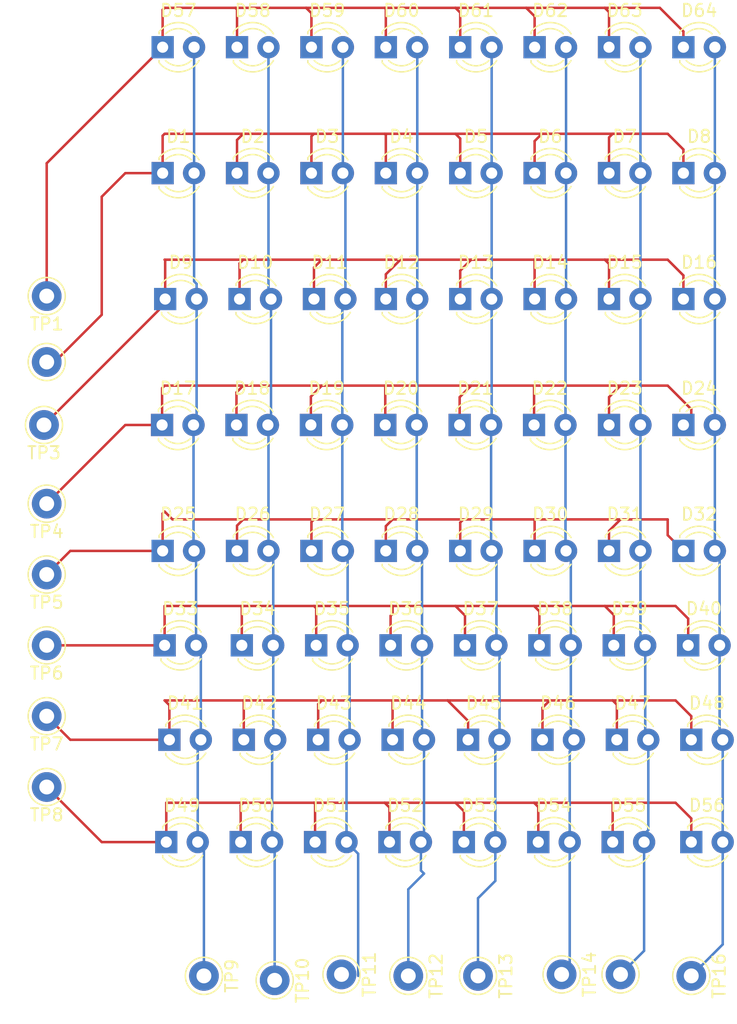
<source format=kicad_pcb>
(kicad_pcb (version 20241229) (generator "pcbnew") (generator_version "9.0")
  (layers (0 "F.Cu" signal) (2 "B.Cu" signal) (13 "F.Paste" user) (15 "B.Paste" user) (5 "F.SilkS" user "F.Silkscreen") (7 "B.SilkS" user "B.Silkscreen") (1 "F.Mask" user) (3 "B.Mask" user) (25 "Edge.Cuts" user))
  (net 0 "")
  (net 1 "Net-(D1-K)")
  (net 2 "Net-(D1-A)")
  (net 3 "Net-(D10-A)")
  (net 4 "Net-(D11-A)")
  (net 5 "Net-(D12-A)")
  (net 6 "Net-(D13-A)")
  (net 7 "Net-(D14-A)")
  (net 8 "Net-(D15-A)")
  (net 9 "Net-(D16-A)")
  (net 10 "Net-(D10-K)")
  (net 11 "Net-(D17-K)")
  (net 12 "Net-(D25-K)")
  (net 13 "Net-(D33-K)")
  (net 14 "Net-(D41-K)")
  (net 15 "Net-(D49-K)")
  (net 16 "Net-(D57-K)")
  (footprint "LED_THT:LED_D3.0mm" (layer "F.Cu") (at 108.38 68.58)
    (property "Reference" "D27")
    (property "Value" "LED")
  )
  (footprint "LED_THT:LED_D3.0mm" (layer "F.Cu") (at 102.37 68.58)
    (property "Reference" "D26")
    (property "Value" "LED")
  )
  (footprint "LED_THT:LED_D3.0mm" (layer "F.Cu") (at 126.705 92.075)
    (property "Reference" "D54")
    (property "Value" "LED" (hide yes))
  )
  (footprint "LED_THT:LED_D3.0mm" (layer "F.Cu") (at 96.905 83.82)
    (property "Reference" "D41")
    (property "Value" "LED")
  )
  (footprint "LED_THT:LED_D3.0mm" (layer "F.Cu") (at 120.4 27.94)
    (property "Reference" "D61")
    (property "Value" "LED")
  )
  (footprint "LED_THT:LED_D3.0mm" (layer "F.Cu") (at 139.065 83.82)
    (property "Reference" "D48")
    (property "Value" "LED")
  )
  (footprint "LED_THT:LED_D3.0mm" (layer "F.Cu") (at 102.575 48.26)
    (property "Reference" "D10")
    (property "Value" "LED")
  )
  (footprint "LED_THT:LED_D3.0mm" (layer "F.Cu") (at 102.325 58.42)
    (property "Reference" "D18")
    (property "Value" "LED")
  )
  (footprint "LED_THT:LED_D3.0mm" (layer "F.Cu") (at 132.42 58.42)
    (property "Reference" "D23")
    (property "Value" "LED")
  )
  (footprint "LED_THT:LED_D3.0mm" (layer "F.Cu") (at 138.815 76.2)
    (property "Reference" "D40")
    (property "Value" "LED")
  )
  (footprint "LED_THT:LED_D3.0mm" (layer "F.Cu") (at 132.805 76.2)
    (property "Reference" "D39")
    (property "Value" "LED")
  )
  (footprint "LED_THT:LED_D3.0mm" (layer "F.Cu") (at 114.775 76.2)
    (property "Reference" "D36")
    (property "Value" "LED")
  )
  (footprint "LED_THT:LED_D3.0mm" (layer "F.Cu") (at 108.335 58.42)
    (property "Reference" "D19")
    (property "Value" "LED")
  )
  (footprint "LED_THT:LED_D3.0mm" (layer "F.Cu") (at 132.42 27.94)
    (property "Reference" "D63")
    (property "Value" "LED")
  )
  (footprint "LED_THT:LED_D3.0mm" (layer "F.Cu") (at 108.585 48.26)
    (property "Reference" "D11")
    (property "Value" "LED")
  )
  (footprint "LED_THT:LED_D3.0mm" (layer "F.Cu") (at 96.52 76.2)
    (property "Reference" "D33")
    (property "Value" "LED")
  )
  (footprint "LED_THT:LED_D3.0mm" (layer "F.Cu") (at 126.41 48.26)
    (property "Reference" "D14")
    (property "Value" "LED")
  )
  (footprint "LED_THT:LED_D3.0mm" (layer "F.Cu") (at 120.695 92.075)
    (property "Reference" "D53")
    (property "Value" "LED" (hide yes))
  )
  (footprint "Connector_Pin:Pin_D1.0mm_L10.0mm_LooseFit" (layer "F.Cu") (at 105.41 103.227142 90)
    (property "Reference" "TP10")
    (property "Value" "TestPoint")
  )
  (footprint "LED_THT:LED_D3.0mm" (layer "F.Cu") (at 126.365 58.42)
    (property "Reference" "D22")
    (property "Value" "LED")
  )
  (footprint "LED_THT:LED_D3.0mm" (layer "F.Cu") (at 102.37 27.94)
    (property "Reference" "D58")
    (property "Value" "LED")
  )
  (footprint "LED_THT:LED_D3.0mm" (layer "F.Cu") (at 96.36 27.94)
    (property "Reference" "D57")
    (property "Value" "LED")
  )
  (footprint "LED_THT:LED_D3.0mm" (layer "F.Cu") (at 132.42 68.58)
    (property "Reference" "D31")
    (property "Value" "LED")
  )
  (footprint "LED_THT:LED_D3.0mm" (layer "F.Cu") (at 139.065 92.075)
    (property "Reference" "D56")
    (property "Value" "LED" (hide yes))
  )
  (footprint "Connector_Pin:Pin_D1.0mm_L10.0mm_LooseFit" (layer "F.Cu") (at 99.695 102.87 90)
    (property "Reference" "TP9")
    (property "Value" "TestPoint")
  )
  (footprint "Connector_Pin:Pin_D1.0mm_L10.0mm_LooseFit" (layer "F.Cu") (at 133.35 102.750951 90)
    (property "Reference" "TP15" (hide yes))
    (property "Value" "TestPoint" (hide yes))
  )
  (footprint "LED_THT:LED_D3.0mm" (layer "F.Cu") (at 127.045 83.82)
    (property "Reference" "D46")
    (property "Value" "LED")
  )
  (footprint "LED_THT:LED_D3.0mm" (layer "F.Cu") (at 108.38 27.94)
    (property "Reference" "D59")
    (property "Value" "LED")
  )
  (footprint "Connector_Pin:Pin_D1.0mm_L10.0mm_LooseFit" (layer "F.Cu") (at 86.995 81.915)
    (property "Reference" "TP7")
    (property "Value" "TestPoint")
  )
  (footprint "LED_THT:LED_D3.0mm" (layer "F.Cu") (at 120.785 76.2)
    (property "Reference" "D37")
    (property "Value" "LED")
  )
  (footprint "Connector_Pin:Pin_D1.0mm_L10.0mm_LooseFit" (layer "F.Cu") (at 86.775 58.42)
    (property "Reference" "TP3")
    (property "Value" "TestPoint")
  )
  (footprint "LED_THT:LED_D3.0mm" (layer "F.Cu") (at 120.4 38.1)
    (property "Reference" "D5")
    (property "Value" "LED")
  )
  (footprint "Connector_Pin:Pin_D1.0mm_L10.0mm_LooseFit" (layer "F.Cu") (at 86.995 87.63)
    (property "Reference" "TP8")
    (property "Value" "TestPoint")
  )
  (footprint "LED_THT:LED_D3.0mm" (layer "F.Cu") (at 121.035 83.82)
    (property "Reference" "D45")
    (property "Value" "LED")
  )
  (footprint "Connector_Pin:Pin_D1.0mm_L10.0mm_LooseFit" (layer "F.Cu") (at 121.835 102.87 90)
    (property "Reference" "TP13")
    (property "Value" "TestPoint")
  )
  (footprint "LED_THT:LED_D3.0mm" (layer "F.Cu") (at 132.715 92.075)
    (property "Reference" "D55")
    (property "Value" "LED" (hide yes))
  )
  (footprint "Connector_Pin:Pin_D1.0mm_L10.0mm_LooseFit" (layer "F.Cu") (at 86.995 53.34)
    (property "Reference" "TP2" (hide yes))
    (property "Value" "TestPoint")
  )
  (footprint "Connector_Pin:Pin_D1.0mm_L10.0mm_LooseFit" (layer "F.Cu") (at 116.205 102.87 90)
    (property "Reference" "TP12")
    (property "Value" "TestPoint")
  )
  (footprint "LED_THT:LED_D3.0mm" (layer "F.Cu") (at 114.935 83.82)
    (property "Reference" "D44")
    (property "Value" "LED")
  )
  (footprint "LED_THT:LED_D3.0mm" (layer "F.Cu") (at 96.36 38.1)
    (property "Reference" "D1")
    (property "Value" "LED")
  )
  (footprint "LED_THT:LED_D3.0mm" (layer "F.Cu") (at 114.685 92.075)
    (property "Reference" "D52")
    (property "Value" "LED")
  )
  (footprint "LED_THT:LED_D3.0mm" (layer "F.Cu") (at 126.41 68.58)
    (property "Reference" "D30")
    (property "Value" "LED")
  )
  (footprint "LED_THT:LED_D3.0mm" (layer "F.Cu") (at 114.39 38.1)
    (property "Reference" "D4")
    (property "Value" "LED")
  )
  (footprint "LED_THT:LED_D3.0mm" (layer "F.Cu") (at 102.665 92.075)
    (property "Reference" "D50")
    (property "Value" "LED")
  )
  (footprint "Connector_Pin:Pin_D1.0mm_L10.0mm_LooseFit" (layer "F.Cu") (at 86.995 64.77)
    (property "Reference" "TP4")
    (property "Value" "TestPoint")
  )
  (footprint "Connector_Pin:Pin_D1.0mm_L10.0mm_LooseFit" (layer "F.Cu") (at 86.995 76.2)
    (property "Reference" "TP6")
    (property "Value" "TestPoint")
  )
  (footprint "LED_THT:LED_D3.0mm" (layer "F.Cu") (at 138.43 38.1)
    (property "Reference" "D8")
    (property "Value" "LED")
  )
  (footprint "LED_THT:LED_D3.0mm" (layer "F.Cu") (at 138.43 48.26)
    (property "Reference" "D16")
    (property "Value" "LED")
  )
  (footprint "LED_THT:LED_D3.0mm" (layer "F.Cu") (at 138.43 58.42)
    (property "Reference" "D24")
    (property "Value" "LED")
  )
  (footprint "LED_THT:LED_D3.0mm" (layer "F.Cu") (at 96.655 92.075)
    (property "Reference" "D49")
    (property "Value" "LED")
  )
  (footprint "LED_THT:LED_D3.0mm" (layer "F.Cu") (at 108.675 92.075)
    (property "Reference" "D51")
    (property "Value" "LED")
  )
  (footprint "LED_THT:LED_D3.0mm" (layer "F.Cu") (at 132.42 38.1)
    (property "Reference" "D7")
    (property "Value" "LED")
  )
  (footprint "LED_THT:LED_D3.0mm" (layer "F.Cu") (at 108.765 76.2)
    (property "Reference" "D35")
    (property "Value" "LED")
  )
  (footprint "LED_THT:LED_D3.0mm" (layer "F.Cu") (at 96.565 48.26)
    (property "Reference" "D9")
    (property "Value" "LED")
  )
  (footprint "LED_THT:LED_D3.0mm" (layer "F.Cu") (at 138.43 68.58)
    (property "Reference" "D32")
    (property "Value" "LED")
  )
  (footprint "LED_THT:LED_D3.0mm" (layer "F.Cu") (at 120.355 58.42)
    (property "Reference" "D21")
    (property "Value" "LED")
  )
  (footprint "LED_THT:LED_D3.0mm" (layer "F.Cu") (at 126.795 76.2)
    (property "Reference" "D38")
    (property "Value" "LED")
  )
  (footprint "LED_THT:LED_D3.0mm" (layer "F.Cu") (at 114.345 58.42)
    (property "Reference" "D20")
    (property "Value" "LED")
  )
  (footprint "Connector_Pin:Pin_D1.0mm_L10.0mm_LooseFit" (layer "F.Cu") (at 86.995 48.02)
    (property "Reference" "TP1")
    (property "Value" "TestPoint")
  )
  (footprint "LED_THT:LED_D3.0mm" (layer "F.Cu") (at 138.43 27.94)
    (property "Reference" "D64")
    (property "Value" "LED")
  )
  (footprint "LED_THT:LED_D3.0mm" (layer "F.Cu") (at 120.4 68.58)
    (property "Reference" "D29")
    (property "Value" "LED")
  )
  (footprint "LED_THT:LED_D3.0mm" (layer "F.Cu") (at 126.41 27.94)
    (property "Reference" "D62")
    (property "Value" "LED")
  )
  (footprint "LED_THT:LED_D3.0mm" (layer "F.Cu") (at 96.315 58.42)
    (property "Reference" "D17")
    (property "Value" "LED")
  )
  (footprint "LED_THT:LED_D3.0mm" (layer "F.Cu") (at 114.39 68.58)
    (property "Reference" "D28")
    (property "Value" "LED")
  )
  (footprint "Connector_Pin:Pin_D1.0mm_L10.0mm_LooseFit" (layer "F.Cu") (at 86.995 70.485)
    (property "Reference" "TP5")
    (property "Value" "TestPoint")
  )
  (footprint "LED_THT:LED_D3.0mm" (layer "F.Cu") (at 120.4 48.26)
    (property "Reference" "D13")
    (property "Value" "LED")
  )
  (footprint "LED_THT:LED_D3.0mm" (layer "F.Cu") (at 126.41 38.1)
    (property "Reference" "D6")
    (property "Value" "LED")
  )
  (footprint "LED_THT:LED_D3.0mm" (layer "F.Cu") (at 102.37 38.1)
    (property "Reference" "D2")
    (property "Value" "LED")
  )
  (footprint "LED_THT:LED_D3.0mm" (layer "F.Cu") (at 114.39 27.94)
    (property "Reference" "D60")
    (property "Value" "LED")
  )
  (footprint "LED_THT:LED_D3.0mm" (layer "F.Cu") (at 132.42 48.26)
    (property "Reference" "D15")
    (property "Value" "LED")
  )
  (footprint "LED_THT:LED_D3.0mm" (layer "F.Cu") (at 133.055 83.82)
    (property "Reference" "D47")
    (property "Value" "LED")
  )
  (footprint "LED_THT:LED_D3.0mm" (layer "F.Cu") (at 102.755 76.2)
    (property "Reference" "D34")
    (property "Value" "LED")
  )
  (footprint "Connector_Pin:Pin_D1.0mm_L10.0mm_LooseFit" (layer "F.Cu") (at 128.589819 102.750951 90)
    (property "Reference" "TP14")
    (property "Value" "TestPoint" (hide yes))
  )
  (footprint "LED_THT:LED_D3.0mm" (layer "F.Cu") (at 108.38 38.1)
    (property "Reference" "D3")
    (property "Value" "LED")
  )
  (footprint "LED_THT:LED_D3.0mm" (layer "F.Cu") (at 102.915 83.82)
    (property "Reference" "D42")
    (property "Value" "LED")
  )
  (footprint "LED_THT:LED_D3.0mm" (layer "F.Cu") (at 96.36 68.58)
    (property "Reference" "D25")
    (property "Value" "LED")
  )
  (footprint "Connector_Pin:Pin_D1.0mm_L10.0mm_LooseFit" (layer "F.Cu") (at 110.809819 102.750951 90)
    (property "Reference" "TP11")
    (property "Value" "TestPoint")
  )
  (footprint "LED_THT:LED_D3.0mm" (layer "F.Cu") (at 108.925 83.82)
    (property "Reference" "D43")
    (property "Value" "LED")
  )
  (footprint "Connector_Pin:Pin_D1.0mm_L10.0mm_LooseFit" (layer "F.Cu") (at 139.065 102.87 90)
    (property "Reference" "TP16")
    (property "Value" "TestPoint" (hide yes))
  )
  (footprint "LED_THT:LED_D3.0mm" (layer "F.Cu") (at 114.39 48.26)
    (property "Reference" "D12")
    (property "Value" "LED")
  )
  (segment (start 102.37 35.425) (end 102.87 34.925) (width 0.2) (layer "F.Cu") (net 1))
  (segment (start 127 34.925) (end 132.715 34.925) (width 0.2) (layer "F.Cu") (net 1))
  (segment (start 93.345 38.1) (end 96.36 38.1) (width 0.2) (layer "F.Cu") (net 1))
  (segment (start 102.37 38.1) (end 102.37 35.425) (width 0.2) (layer "F.Cu") (net 1))
  (segment (start 120.4 35.31) (end 120.015 34.925) (width 0.2) (layer "F.Cu") (net 1))
  (segment (start 120.015 34.925) (end 127 34.925) (width 0.2) (layer "F.Cu") (net 1))
  (segment (start 96.52 34.925) (end 102.87 34.925) (width 0.2) (layer "F.Cu") (net 1))
  (segment (start 132.42 38.1) (end 132.42 35.22) (width 0.2) (layer "F.Cu") (net 1))
  (segment (start 114.3 34.925) (end 120.015 34.925) (width 0.2) (layer "F.Cu") (net 1))
  (segment (start 108.585 34.925) (end 114.3 34.925) (width 0.2) (layer "F.Cu") (net 1))
  (segment (start 114.39 35.015) (end 114.3 34.925) (width 0.2) (layer "F.Cu") (net 1))
  (segment (start 96.36 38.1) (end 96.36 35.085) (width 0.2) (layer "F.Cu") (net 1))
  (segment (start 114.39 38.1) (end 114.39 35.015) (width 0.2) (layer "F.Cu") (net 1))
  (segment (start 91.44 40.005) (end 93.345 38.1) (width 0.2) (layer "F.Cu") (net 1))
  (segment (start 132.42 35.22) (end 132.715 34.925) (width 0.2) (layer "F.Cu") (net 1))
  (segment (start 126.41 38.1) (end 126.41 35.515) (width 0.2) (layer "F.Cu") (net 1))
  (segment (start 96.36 35.085) (end 96.52 34.925) (width 0.2) (layer "F.Cu") (net 1))
  (segment (start 126.41 35.515) (end 127 34.925) (width 0.2) (layer "F.Cu") (net 1))
  (segment (start 91.44 40.005) (end 91.44 49.53) (width 0.2) (layer "F.Cu") (net 1))
  (segment (start 137.16 34.925) (end 138.43 36.195) (width 0.2) (layer "F.Cu") (net 1))
  (segment (start 108.38 38.1) (end 108.38 35.13) (width 0.2) (layer "F.Cu") (net 1))
  (segment (start 120.4 38.1) (end 120.4 35.31) (width 0.2) (layer "F.Cu") (net 1))
  (segment (start 138.43 36.195) (end 138.43 38.1) (width 0.2) (layer "F.Cu") (net 1))
  (segment (start 108.38 35.13) (end 108.585 34.925) (width 0.2) (layer "F.Cu") (net 1))
  (segment (start 91.44 49.53) (end 86.995 53.975) (width 0.2) (layer "F.Cu") (net 1))
  (segment (start 102.87 34.925) (end 108.585 34.925) (width 0.2) (layer "F.Cu") (net 1))
  (segment (start 132.715 34.925) (end 137.16 34.925) (width 0.2) (layer "F.Cu") (net 1))
  (segment (start 99.105 48.26) (end 99.105 47.035) (width 0.2) (layer "B.Cu") (net 2))
  (segment (start 99.105 47.035) (end 98.9 46.83) (width 0.2) (layer "B.Cu") (net 2))
  (segment (start 98.9 68.105) (end 98.855 68.06) (width 0.2) (layer "B.Cu") (net 2))
  (segment (start 98.855 58.42) (end 99.105 58.17) (width 0.2) (layer "B.Cu") (net 2))
  (segment (start 98.9 68.58) (end 98.9 68.105) (width 0.2) (layer "B.Cu") (net 2))
  (segment (start 98.9 46.83) (end 98.9 38.1) (width 0.2) (layer "B.Cu") (net 2))
  (segment (start 99.445 76.585) (end 99.06 76.2) (width 0.2) (layer "B.Cu") (net 2))
  (segment (start 99.06 76.2) (end 99.06 68.74) (width 0.2) (layer "B.Cu") (net 2))
  (segment (start 99.105 58.17) (end 99.105 48.26) (width 0.2) (layer "B.Cu") (net 2))
  (segment (start 99.195 92.075) (end 99.195 84.07) (width 0.2) (layer "B.Cu") (net 2))
  (segment (start 99.195 84.07) (end 99.445 83.82) (width 0.2) (layer "B.Cu") (net 2))
  (segment (start 98.9 38.1) (end 98.9 27.94) (width 0.2) (layer "B.Cu") (net 2))
  (segment (start 99.695 92.575) (end 99.195 92.075) (width 0.2) (layer "B.Cu") (net 2))
  (segment (start 99.695 102.87) (end 99.695 92.575) (width 0.2) (layer "B.Cu") (net 2))
  (segment (start 98.855 68.06) (end 98.855 58.42) (width 0.2) (layer "B.Cu") (net 2))
  (segment (start 99.445 83.82) (end 99.445 76.585) (width 0.2) (layer "B.Cu") (net 2))
  (segment (start 99.06 68.74) (end 98.9 68.58) (width 0.2) (layer "B.Cu") (net 2))
  (segment (start 104.865 58.42) (end 104.865 58.33) (width 0.2) (layer "B.Cu") (net 3))
  (segment (start 105.295 82.98) (end 105.295 76.2) (width 0.2) (layer "B.Cu") (net 3))
  (segment (start 105.41 92.28) (end 105.205 92.075) (width 0.2) (layer "B.Cu") (net 3))
  (segment (start 104.91 68.58) (end 104.91 58.465) (width 0.2) (layer "B.Cu") (net 3))
  (segment (start 105.41 103.227142) (end 105.41 92.28) (width 0.2) (layer "B.Cu") (net 3))
  (segment (start 105.205 84.07) (end 105.455 83.82) (width 0.2) (layer "B.Cu") (net 3))
  (segment (start 105.455 83.14) (end 105.295 82.98) (width 0.2) (layer "B.Cu") (net 3))
  (segment (start 105.115 47.92) (end 104.91 47.715) (width 0.2) (layer "B.Cu") (net 3))
  (segment (start 104.91 38.1) (end 104.91 27.94) (width 0.2) (layer "B.Cu") (net 3))
  (segment (start 105.295 68.965) (end 104.91 68.58) (width 0.2) (layer "B.Cu") (net 3))
  (segment (start 104.91 47.715) (end 104.91 38.1) (width 0.2) (layer "B.Cu") (net 3))
  (segment (start 105.205 92.075) (end 105.205 84.07) (width 0.2) (layer "B.Cu") (net 3))
  (segment (start 105.115 48.26) (end 105.115 47.92) (width 0.2) (layer "B.Cu") (net 3))
  (segment (start 105.455 83.82) (end 105.455 83.14) (width 0.2) (layer "B.Cu") (net 3))
  (segment (start 104.91 58.465) (end 104.865 58.42) (width 0.2) (layer "B.Cu") (net 3))
  (segment (start 105.295 76.2) (end 105.295 68.965) (width 0.2) (layer "B.Cu") (net 3))
  (segment (start 105.115 58.08) (end 105.115 48.26) (width 0.2) (layer "B.Cu") (net 3))
  (segment (start 104.865 58.33) (end 105.115 58.08) (width 0.2) (layer "B.Cu") (net 3))
  (segment (start 110.92 38.53) (end 111.125 38.735) (width 0.2) (layer "B.Cu") (net 4))
  (segment (start 110.92 38.1) (end 110.92 38.53) (width 0.2) (layer "B.Cu") (net 4))
  (segment (start 111.465 83.82) (end 111.465 76.36) (width 0.2) (layer "B.Cu") (net 4))
  (segment (start 110.875 58.42) (end 110.875 68.535) (width 0.2) (layer "B.Cu") (net 4))
  (segment (start 112.155 93.015) (end 111.215 92.075) (width 0.2) (layer "B.Cu") (net 4))
  (segment (start 111.305 69.395) (end 111.305 76.2) (width 0.2) (layer "B.Cu") (net 4))
  (segment (start 110.92 68.58) (end 110.92 69.01) (width 0.2) (layer "B.Cu") (net 4))
  (segment (start 110.92 69.01) (end 111.305 69.395) (width 0.2) (layer "B.Cu") (net 4))
  (segment (start 111.215 84.07) (end 111.465 83.82) (width 0.2) (layer "B.Cu") (net 4))
  (segment (start 110.92 38.1) (end 110.92 27.94) (width 0.2) (layer "B.Cu") (net 4))
  (segment (start 111.215 92.075) (end 111.215 84.07) (width 0.2) (layer "B.Cu") (net 4))
  (segment (start 110.875 49.145) (end 110.875 58.42) (width 0.2) (layer "B.Cu") (net 4))
  (segment (start 110.875 68.535) (end 110.92 68.58) (width 0.2) (layer "B.Cu") (net 4))
  (segment (start 111.125 48.895) (end 110.875 49.145) (width 0.2) (layer "B.Cu") (net 4))
  (segment (start 111.465 76.36) (end 111.305 76.2) (width 0.2) (layer "B.Cu") (net 4))
  (segment (start 111.125 48.26) (end 111.125 48.895) (width 0.2) (layer "B.Cu") (net 4))
  (segment (start 112.155 102.87) (end 112.155 93.015) (width 0.2) (layer "B.Cu") (net 4))
  (segment (start 111.125 38.735) (end 111.125 48.26) (width 0.2) (layer "B.Cu") (net 4))
  (segment (start 117.475 94.615) (end 117.225 94.365) (width 0.2) (layer "B.Cu") (net 5))
  (segment (start 116.885 57.83) (end 116.93 57.785) (width 0.2) (layer "B.Cu") (net 5))
  (segment (start 116.93 48.26) (end 116.93 38.1) (width 0.2) (layer "B.Cu") (net 5))
  (segment (start 117.475 91.825) (end 117.225 92.075) (width 0.2) (layer "B.Cu") (net 5))
  (segment (start 116.93 38.1) (end 116.93 27.94) (width 0.2) (layer "B.Cu") (net 5))
  (segment (start 116.205 95.885) (end 117.475 94.615) (width 0.2) (layer "B.Cu") (net 5))
  (segment (start 117.315 76.2) (end 117.315 68.965) (width 0.2) (layer "B.Cu") (net 5))
  (segment (start 117.225 94.365) (end 117.225 92.075) (width 0.2) (layer "B.Cu") (net 5))
  (segment (start 116.885 58.42) (end 116.885 57.83) (width 0.2) (layer "B.Cu") (net 5))
  (segment (start 116.205 102.87) (end 116.205 95.885) (width 0.2) (layer "B.Cu") (net 5))
  (segment (start 117.475 83.82) (end 117.475 91.825) (width 0.2) (layer "B.Cu") (net 5))
  (segment (start 117.315 68.965) (end 116.93 68.58) (width 0.2) (layer "B.Cu") (net 5))
  (segment (start 116.885 68.445) (end 116.885 58.42) (width 0.2) (layer "B.Cu") (net 5))
  (segment (start 116.93 68.49) (end 116.885 68.445) (width 0.2) (layer "B.Cu") (net 5))
  (segment (start 116.93 68.58) (end 116.93 68.49) (width 0.2) (layer "B.Cu") (net 5))
  (segment (start 117.315 76.2) (end 117.315 83.66) (width 0.2) (layer "B.Cu") (net 5))
  (segment (start 117.315 83.66) (end 117.475 83.82) (width 0.2) (layer "B.Cu") (net 5))
  (segment (start 116.93 57.785) (end 116.93 48.26) (width 0.2) (layer "B.Cu") (net 5))
  (segment (start 123.235 95.205) (end 123.235 92.075) (width 0.2) (layer "B.Cu") (net 6))
  (segment (start 122.94 68.58) (end 122.94 68.965) (width 0.2) (layer "B.Cu") (net 6))
  (segment (start 121.835 96.605) (end 123.235 95.205) (width 0.2) (layer "B.Cu") (net 6))
  (segment (start 122.94 38.1) (end 122.94 48.26) (width 0.2) (layer "B.Cu") (net 6))
  (segment (start 122.94 68.965) (end 123.325 69.35) (width 0.2) (layer "B.Cu") (net 6))
  (segment (start 122.895 58.42) (end 122.895 68.535) (width 0.2) (layer "B.Cu") (net 6))
  (segment (start 123.575 76.45) (end 123.325 76.2) (width 0.2) (layer "B.Cu") (net 6))
  (segment (start 122.895 68.535) (end 122.94 68.58) (width 0.2) (layer "B.Cu") (net 6))
  (segment (start 123.575 83.82) (end 123.575 76.45) (width 0.2) (layer "B.Cu") (net 6))
  (segment (start 122.94 27.94) (end 122.94 38.1) (width 0.2) (layer "B.Cu") (net 6))
  (segment (start 123.235 92.075) (end 123.235 84.16) (width 0.2) (layer "B.Cu") (net 6))
  (segment (start 123.235 84.16) (end 123.575 83.82) (width 0.2) (layer "B.Cu") (net 6))
  (segment (start 121.835 102.87) (end 121.835 96.605) (width 0.2) (layer "B.Cu") (net 6))
  (segment (start 123.325 69.35) (end 123.325 76.2) (width 0.2) (layer "B.Cu") (net 6))
  (segment (start 122.94 48.26) (end 122.94 58.375) (width 0.2) (layer "B.Cu") (net 6))
  (segment (start 122.94 58.375) (end 122.895 58.42) (width 0.2) (layer "B.Cu") (net 6))
  (segment (start 129.245 92.075) (end 129.245 102.09577) (width 0.2) (layer "B.Cu") (net 7))
  (segment (start 128.95 68.58) (end 128.95 68.535) (width 0.2) (layer "B.Cu") (net 7))
  (segment (start 129.585 84.41) (end 129.245 84.75) (width 0.2) (layer "B.Cu") (net 7))
  (segment (start 128.905 48.305) (end 128.95 48.26) (width 0.2) (layer "B.Cu") (net 7))
  (segment (start 129.335 68.965) (end 128.95 68.58) (width 0.2) (layer "B.Cu") (net 7))
  (segment (start 128.95 48.26) (end 128.95 38.1) (width 0.2) (layer "B.Cu") (net 7))
  (segment (start 129.335 76.2) (end 129.335 68.965) (width 0.2) (layer "B.Cu") (net 7))
  (segment (start 129.245 84.75) (end 129.245 92.075) (width 0.2) (layer "B.Cu") (net 7))
  (segment (start 129.335 76.2) (end 129.335 83.57) (width 0.2) (layer "B.Cu") (net 7))
  (segment (start 129.245 102.09577) (end 128.589819 102.750951) (width 0.2) (layer "B.Cu") (net 7))
  (segment (start 129.585 83.82) (end 129.585 84.41) (width 0.2) (layer "B.Cu") (net 7))
  (segment (start 128.95 38.1) (end 128.95 27.94) (width 0.2) (layer "B.Cu") (net 7))
  (segment (start 129.335 83.57) (end 129.585 83.82) (width 0.2) (layer "B.Cu") (net 7))
  (segment (start 128.905 58.42) (end 128.905 48.305) (width 0.2) (layer "B.Cu") (net 7))
  (segment (start 128.95 68.535) (end 128.905 68.49) (width 0.2) (layer "B.Cu") (net 7))
  (segment (start 128.905 68.49) (end 128.905 58.42) (width 0.2) (layer "B.Cu") (net 7))
  (segment (start 135.345 83.23) (end 135.345 76.2) (width 0.2) (layer "B.Cu") (net 8))
  (segment (start 135.595 91.1) (end 135.595 83.82) (width 0.2) (layer "B.Cu") (net 8))
  (segment (start 135.255 92.075) (end 135.255 100.845951) (width 0.2) (layer "B.Cu") (net 8))
  (segment (start 135.255 92.075) (end 135.255 91.44) (width 0.2) (layer "B.Cu") (net 8))
  (segment (start 135.255 91.44) (end 135.595 91.1) (width 0.2) (layer "B.Cu") (net 8))
  (segment (start 134.96 38.1) (end 134.96 48.26) (width 0.2) (layer "B.Cu") (net 8))
  (segment (start 134.96 75.815) (end 135.345 76.2) (width 0.2) (layer "B.Cu") (net 8))
  (segment (start 134.96 58.42) (end 134.96 68.58) (width 0.2) (layer "B.Cu") (net 8))
  (segment (start 134.96 48.26) (end 134.96 58.42) (width 0.2) (layer "B.Cu") (net 8))
  (segment (start 134.96 68.58) (end 134.96 75.815) (width 0.2) (layer "B.Cu") (net 8))
  (segment (start 135.255 100.845951) (end 133.35 102.750951) (width 0.2) (layer "B.Cu") (net 8))
  (segment (start 134.96 27.94) (end 134.96 38.1) (width 0.2) (layer "B.Cu") (net 8))
  (segment (start 135.595 83.82) (end 135.595 83.48) (width 0.2) (layer "B.Cu") (net 8))
  (segment (start 135.595 83.48) (end 135.345 83.23) (width 0.2) (layer "B.Cu") (net 8))
  (segment (start 141.355 76.2) (end 141.355 83.57) (width 0.2) (layer "B.Cu") (net 9))
  (segment (start 141.605 100.33) (end 141.605 92.075) (width 0.2) (layer "B.Cu") (net 9))
  (segment (start 140.97 58.42) (end 140.97 48.26) (width 0.2) (layer "B.Cu") (net 9))
  (segment (start 141.355 76.2) (end 141.355 68.965) (width 0.2) (layer "B.Cu") (net 9))
  (segment (start 140.97 68.58) (end 140.97 58.42) (width 0.2) (layer "B.Cu") (net 9))
  (segment (start 141.355 68.965) (end 140.97 68.58) (width 0.2) (layer "B.Cu") (net 9))
  (segment (start 141.605 83.82) (end 141.605 92.075) (width 0.2) (layer "B.Cu") (net 9))
  (segment (start 139.065 102.87) (end 141.605 100.33) (width 0.2) (layer "B.Cu") (net 9))
  (segment (start 140.97 38.1) (end 140.97 27.94) (width 0.2) (layer "B.Cu") (net 9))
  (segment (start 140.97 48.26) (end 140.97 38.1) (width 0.2) (layer "B.Cu") (net 9))
  (segment (start 141.355 83.57) (end 141.605 83.82) (width 0.2) (layer "B.Cu") (net 9))
  (segment (start 96.52 45.085) (end 102.87 45.085) (width 0.2) (layer "F.Cu") (net 10))
  (segment (start 96.565 45.13) (end 96.52 45.085) (width 0.2) (layer "F.Cu") (net 10))
  (segment (start 102.575 45.38) (end 102.87 45.085) (width 0.2) (layer "F.Cu") (net 10))
  (segment (start 120.4 48.26) (end 120.4 45.97) (width 0.2) (layer "F.Cu") (net 10))
  (segment (start 120.4 45.97) (end 121.285 45.085) (width 0.2) (layer "F.Cu") (net 10))
  (segment (start 132.08 45.085) (end 137.16 45.085) (width 0.2) (layer "F.Cu") (net 10))
  (segment (start 109.22 45.085) (end 115.57 45.085) (width 0.2) (layer "F.Cu") (net 10))
  (segment (start 102.87 45.085) (end 109.22 45.085) (width 0.2) (layer "F.Cu") (net 10))
  (segment (start 126.365 45.085) (end 132.08 45.085) (width 0.2) (layer "F.Cu") (net 10))
  (segment (start 96.565 48.26) (end 96.565 45.13) (width 0.2) (layer "F.Cu") (net 10))
  (segment (start 102.575 48.26) (end 102.575 45.38) (width 0.2) (layer "F.Cu") (net 10))
  (segment (start 137.16 45.085) (end 138.43 46.355) (width 0.2) (layer "F.Cu") (net 10))
  (segment (start 126.41 48.26) (end 126.41 45.13) (width 0.2) (layer "F.Cu") (net 10))
  (segment (start 114.39 48.26) (end 114.39 46.265) (width 0.2) (layer "F.Cu") (net 10))
  (segment (start 121.285 45.085) (end 126.365 45.085) (width 0.2) (layer "F.Cu") (net 10))
  (segment (start 126.41 45.13) (end 126.365 45.085) (width 0.2) (layer "F.Cu") (net 10))
  (segment (start 96.565 48.26) (end 96.565 48.63) (width 0.2) (layer "F.Cu") (net 10))
  (segment (start 108.585 48.26) (end 108.585 45.72) (width 0.2) (layer "F.Cu") (net 10))
  (segment (start 115.57 45.085) (end 121.285 45.085) (width 0.2) (layer "F.Cu") (net 10))
  (segment (start 132.42 45.425) (end 132.08 45.085) (width 0.2) (layer "F.Cu") (net 10))
  (segment (start 138.43 46.355) (end 138.43 48.26) (width 0.2) (layer "F.Cu") (net 10))
  (segment (start 114.39 46.265) (end 115.57 45.085) (width 0.2) (layer "F.Cu") (net 10))
  (segment (start 96.565 48.63) (end 86.775 58.42) (width 0.2) (layer "F.Cu") (net 10))
  (segment (start 108.585 45.72) (end 109.22 45.085) (width 0.2) (layer "F.Cu") (net 10))
  (segment (start 132.42 48.26) (end 132.42 45.425) (width 0.2) (layer "F.Cu") (net 10))
  (segment (start 108.335 58.42) (end 108.335 56.13) (width 0.2) (layer "F.Cu") (net 11))
  (segment (start 120.355 56.175) (end 121.285 55.245) (width 0.2) (layer "F.Cu") (net 11))
  (segment (start 108.335 56.13) (end 109.22 55.245) (width 0.2) (layer "F.Cu") (net 11))
  (segment (start 109.22 55.245) (end 114.3 55.245) (width 0.2) (layer "F.Cu") (net 11))
  (segment (start 126.365 58.42) (end 126.365 55.245) (width 0.2) (layer "F.Cu") (net 11))
  (segment (start 96.52 55.245) (end 102.87 55.245) (width 0.2) (layer "F.Cu") (net 11))
  (segment (start 96.315 55.45) (end 96.52 55.245) (width 0.2) (layer "F.Cu") (net 11))
  (segment (start 139.065 57.15) (end 139.065 57.785) (width 0.2) (layer "F.Cu") (net 11))
  (segment (start 96.315 58.42) (end 93.345 58.42) (width 0.2) (layer "F.Cu") (net 11))
  (segment (start 114.345 55.29) (end 114.3 55.245) (width 0.2) (layer "F.Cu") (net 11))
  (segment (start 114.3 55.245) (end 121.285 55.245) (width 0.2) (layer "F.Cu") (net 11))
  (segment (start 126.365 55.245) (end 133.35 55.245) (width 0.2) (layer "F.Cu") (net 11))
  (segment (start 132.42 56.175) (end 133.35 55.245) (width 0.2) (layer "F.Cu") (net 11))
  (segment (start 121.285 55.245) (end 126.365 55.245) (width 0.2) (layer "F.Cu") (net 11))
  (segment (start 139.065 57.785) (end 138.43 58.42) (width 0.2) (layer "F.Cu") (net 11))
  (segment (start 102.325 55.79) (end 102.87 55.245) (width 0.2) (layer "F.Cu") (net 11))
  (segment (start 102.325 58.42) (end 102.325 55.79) (width 0.2) (layer "F.Cu") (net 11))
  (segment (start 93.345 58.42) (end 86.995 64.77) (width 0.2) (layer "F.Cu") (net 11))
  (segment (start 102.87 55.245) (end 109.22 55.245) (width 0.2) (layer "F.Cu") (net 11))
  (segment (start 133.35 55.245) (end 137.16 55.245) (width 0.2) (layer "F.Cu") (net 11))
  (segment (start 114.345 58.42) (end 114.345 55.29) (width 0.2) (layer "F.Cu") (net 11))
  (segment (start 132.42 58.42) (end 132.42 56.175) (width 0.2) (layer "F.Cu") (net 11))
  (segment (start 137.16 55.245) (end 139.065 57.15) (width 0.2) (layer "F.Cu") (net 11))
  (segment (start 96.315 58.42) (end 96.315 55.45) (width 0.2) (layer "F.Cu") (net 11))
  (segment (start 120.355 58.42) (end 120.355 56.175) (width 0.2) (layer "F.Cu") (net 11))
  (segment (start 108.38 66.245) (end 108.585 66.04) (width 0.2) (layer "F.Cu") (net 12))
  (segment (start 108.38 68.58) (end 108.38 66.245) (width 0.2) (layer "F.Cu") (net 12))
  (segment (start 88.9 68.58) (end 86.995 70.485) (width 0.2) (layer "F.Cu") (net 12))
  (segment (start 126.365 66.04) (end 133.35 66.04) (width 0.2) (layer "F.Cu") (net 12))
  (segment (start 132.42 68.58) (end 132.42 66.97) (width 0.2) (layer "F.Cu") (net 12))
  (segment (start 137.16 66.04) (end 137.16 67.31) (width 0.2) (layer "F.Cu") (net 12))
  (segment (start 126.41 66.085) (end 126.365 66.04) (width 0.2) (layer "F.Cu") (net 12))
  (segment (start 120.4 68.58) (end 120.4 66.29) (width 0.2) (layer "F.Cu") (net 12))
  (segment (start 137.16 67.31) (end 138.43 68.58) (width 0.2) (layer "F.Cu") (net 12))
  (segment (start 114.39 68.58) (end 114.39 66.585) (width 0.2) (layer "F.Cu") (net 12))
  (segment (start 102.87 66.04) (end 108.585 66.04) (width 0.2) (layer "F.Cu") (net 12))
  (segment (start 126.41 68.58) (end 126.41 66.085) (width 0.2) (layer "F.Cu") (net 12))
  (segment (start 120.65 66.04) (end 126.365 66.04) (width 0.2) (layer "F.Cu") (net 12))
  (segment (start 102.37 66.54) (end 102.87 66.04) (width 0.2) (layer "F.Cu") (net 12))
  (segment (start 132.42 66.97) (end 133.35 66.04) (width 0.2) (layer "F.Cu") (net 12))
  (segment (start 102.37 68.58) (end 102.37 66.54) (width 0.2) (layer "F.Cu") (net 12))
  (segment (start 133.35 66.04) (end 137.16 66.04) (width 0.2) (layer "F.Cu") (net 12))
  (segment (start 108.585 66.04) (end 114.935 66.04) (width 0.2) (layer "F.Cu") (net 12))
  (segment (start 114.935 66.04) (end 120.65 66.04) (width 0.2) (layer "F.Cu") (net 12))
  (segment (start 96.52 65.405) (end 97.155 66.04) (width 0.2) (layer "F.Cu") (net 12))
  (segment (start 114.39 66.585) (end 114.935 66.04) (width 0.2) (layer "F.Cu") (net 12))
  (segment (start 96.36 65.565) (end 96.52 65.405) (width 0.2) (layer "F.Cu") (net 12))
  (segment (start 120.4 66.29) (end 120.65 66.04) (width 0.2) (layer "F.Cu") (net 12))
  (segment (start 96.36 68.58) (end 88.9 68.58) (width 0.2) (layer "F.Cu") (net 12))
  (segment (start 97.155 66.04) (end 102.87 66.04) (width 0.2) (layer "F.Cu") (net 12))
  (segment (start 96.36 68.58) (end 96.36 65.565) (width 0.2) (layer "F.Cu") (net 12))
  (segment (start 137.795 73.025) (end 138.815 74.045) (width 0.2) (layer "F.Cu") (net 13))
  (segment (start 132.805 73.75) (end 132.08 73.025) (width 0.2) (layer "F.Cu") (net 13))
  (segment (start 138.815 74.045) (end 138.815 76.2) (width 0.2) (layer "F.Cu") (net 13))
  (segment (start 108.585 73.025) (end 114.935 73.025) (width 0.2) (layer "F.Cu") (net 13))
  (segment (start 126.365 73.025) (end 132.08 73.025) (width 0.2) (layer "F.Cu") (net 13))
  (segment (start 108.765 73.205) (end 108.585 73.025) (width 0.2) (layer "F.Cu") (net 13))
  (segment (start 114.935 73.66) (end 114.935 73.025) (width 0.2) (layer "F.Cu") (net 13))
  (segment (start 114.775 76.2) (end 114.775 73.82) (width 0.2) (layer "F.Cu") (net 13))
  (segment (start 114.775 73.82) (end 114.935 73.66) (width 0.2) (layer "F.Cu") (net 13))
  (segment (start 120.015 73.025) (end 126.365 73.025) (width 0.2) (layer "F.Cu") (net 13))
  (segment (start 96.52 73.025) (end 102.87 73.025) (width 0.2) (layer "F.Cu") (net 13))
  (segment (start 120.785 76.2) (end 120.785 73.795) (width 0.2) (layer "F.Cu") (net 13))
  (segment (start 132.08 73.025) (end 137.795 73.025) (width 0.2) (layer "F.Cu") (net 13))
  (segment (start 126.795 73.455) (end 126.365 73.025) (width 0.2) (layer "F.Cu") (net 13))
  (segment (start 132.805 76.2) (end 132.805 73.75) (width 0.2) (layer "F.Cu") (net 13))
  (segment (start 102.87 73.025) (end 108.585 73.025) (width 0.2) (layer "F.Cu") (net 13))
  (segment (start 102.755 76.2) (end 102.755 73.14) (width 0.2) (layer "F.Cu") (net 13))
  (segment (start 120.785 73.795) (end 120.015 73.025) (width 0.2) (layer "F.Cu") (net 13))
  (segment (start 126.795 76.2) (end 126.795 73.455) (width 0.2) (layer "F.Cu") (net 13))
  (segment (start 86.995 76.2) (end 96.52 76.2) (width 0.2) (layer "F.Cu") (net 13))
  (segment (start 102.755 73.14) (end 102.87 73.025) (width 0.2) (layer "F.Cu") (net 13))
  (segment (start 96.52 76.2) (end 96.52 73.025) (width 0.2) (layer "F.Cu") (net 13))
  (segment (start 114.935 73.025) (end 120.015 73.025) (width 0.2) (layer "F.Cu") (net 13))
  (segment (start 108.765 76.2) (end 108.765 73.205) (width 0.2) (layer "F.Cu") (net 13))
  (segment (start 96.52 80.645) (end 102.87 80.645) (width 0.2) (layer "F.Cu") (net 14))
  (segment (start 133.055 80.985) (end 132.715 80.645) (width 0.2) (layer "F.Cu") (net 14))
  (segment (start 108.925 80.94) (end 109.22 80.645) (width 0.2) (layer "F.Cu") (net 14))
  (segment (start 119.38 80.645) (end 127.635 80.645) (width 0.2) (layer "F.Cu") (net 14))
  (segment (start 127.635 80.645) (end 132.715 80.645) (width 0.2) (layer "F.Cu") (net 14))
  (segment (start 102.915 83.82) (end 102.915 80.69) (width 0.2) (layer "F.Cu") (net 14))
  (segment (start 96.905 83.81) (end 96.905 83.82) (width 0.2) (layer "F.Cu") (net 14))
  (segment (start 102.915 80.69) (end 102.87 80.645) (width 0.2) (layer "F.Cu") (net 14))
  (segment (start 132.715 80.645) (end 137.795 80.645) (width 0.2) (layer "F.Cu") (net 14))
  (segment (start 139.065 81.915) (end 139.065 83.82) (width 0.2) (layer "F.Cu") (net 14))
  (segment (start 127.045 83.82) (end 127.045 81.235) (width 0.2) (layer "F.Cu") (net 14))
  (segment (start 114.935 80.645) (end 119.38 80.645) (width 0.2) (layer "F.Cu") (net 14))
  (segment (start 121.035 83.82) (end 121.035 82.3) (width 0.2) (layer "F.Cu") (net 14))
  (segment (start 114.935 83.82) (end 114.935 80.645) (width 0.2) (layer "F.Cu") (net 14))
  (segment (start 109.22 80.645) (end 114.935 80.645) (width 0.2) (layer "F.Cu") (net 14))
  (segment (start 137.795 80.645) (end 139.065 81.915) (width 0.2) (layer "F.Cu") (net 14))
  (segment (start 127.045 81.235) (end 127.635 80.645) (width 0.2) (layer "F.Cu") (net 14))
  (segment (start 86.995 81.915) (end 88.9 83.82) (width 0.2) (layer "F.Cu") (net 14))
  (segment (start 96.905 83.82) (end 96.905 81.03) (width 0.2) (layer "F.Cu") (net 14))
  (segment (start 108.925 83.82) (end 108.925 80.94) (width 0.2) (layer "F.Cu") (net 14))
  (segment (start 96.905 81.03) (end 96.52 80.645) (width 0.2) (layer "F.Cu") (net 14))
  (segment (start 121.035 82.3) (end 119.38 80.645) (width 0.2) (layer "F.Cu") (net 14))
  (segment (start 88.9 83.82) (end 96.905 83.82) (width 0.2) (layer "F.Cu") (net 14))
  (segment (start 102.87 80.645) (end 109.22 80.645) (width 0.2) (layer "F.Cu") (net 14))
  (segment (start 133.055 83.82) (end 133.055 80.985) (width 0.2) (layer "F.Cu") (net 14))
  (segment (start 126.705 92.075) (end 126.705 89.24) (width 0.2) (layer "F.Cu") (net 15))
  (segment (start 132.715 92.075) (end 132.715 88.9) (width 0.2) (layer "F.Cu") (net 15))
  (segment (start 108.675 92.075) (end 108.675 88.99) (width 0.2) (layer "F.Cu") (net 15))
  (segment (start 126.705 89.24) (end 126.365 88.9) (width 0.2) (layer "F.Cu") (net 15))
  (segment (start 91.44 92.075) (end 96.655 92.075) (width 0.2) (layer "F.Cu") (net 15))
  (segment (start 102.87 88.9) (end 108.585 88.9) (width 0.2) (layer "F.Cu") (net 15))
  (segment (start 86.995 87.63) (end 91.44 92.075) (width 0.2) (layer "F.Cu") (net 15))
  (segment (start 132.715 88.9) (end 137.795 88.9) (width 0.2) (layer "F.Cu") (net 15))
  (segment (start 114.3 88.9) (end 120.015 88.9) (width 0.2) (layer "F.Cu") (net 15))
  (segment (start 120.695 89.58) (end 120.015 88.9) (width 0.2) (layer "F.Cu") (net 15))
  (segment (start 102.665 89.105) (end 102.87 88.9) (width 0.2) (layer "F.Cu") (net 15))
  (segment (start 126.365 88.9) (end 132.715 88.9) (width 0.2) (layer "F.Cu") (net 15))
  (segment (start 137.795 88.9) (end 139.065 90.17) (width 0.2) (layer "F.Cu") (net 15))
  (segment (start 96.655 92.075) (end 96.655 88.9) (width 0.2) (layer "F.Cu") (net 15))
  (segment (start 108.675 88.99) (end 108.585 88.9) (width 0.2) (layer "F.Cu") (net 15))
  (segment (start 108.585 88.9) (end 114.3 88.9) (width 0.2) (layer "F.Cu") (net 15))
  (segment (start 120.015 88.9) (end 126.365 88.9) (width 0.2) (layer "F.Cu") (net 15))
  (segment (start 120.695 92.075) (end 120.695 89.58) (width 0.2) (layer "F.Cu") (net 15))
  (segment (start 102.665 92.075) (end 102.665 89.105) (width 0.2) (layer "F.Cu") (net 15))
  (segment (start 114.685 92.075) (end 114.685 89.285) (width 0.2) (layer "F.Cu") (net 15))
  (segment (start 114.685 89.285) (end 114.3 88.9) (width 0.2) (layer "F.Cu") (net 15))
  (segment (start 139.065 90.17) (end 139.065 92.075) (width 0.2) (layer "F.Cu") (net 15))
  (segment (start 96.655 88.9) (end 102.87 88.9) (width 0.2) (layer "F.Cu") (net 15))
  (segment (start 125.73 24.765) (end 132.08 24.765) (width 0.2) (layer "F.Cu") (net 16))
  (segment (start 126.41 27.94) (end 126.41 25.445) (width 0.2) (layer "F.Cu") (net 16))
  (segment (start 126.41 25.445) (end 125.73 24.765) (width 0.2) (layer "F.Cu") (net 16))
  (segment (start 107.95 24.765) (end 114.3 24.765) (width 0.2) (layer "F.Cu") (net 16))
  (segment (start 120.4 25.15) (end 120.015 24.765) (width 0.2) (layer "F.Cu") (net 16))
  (segment (start 132.42 27.94) (end 132.42 25.105) (width 0.2) (layer "F.Cu") (net 16))
  (segment (start 102.235 24.765) (end 107.95 24.765) (width 0.2) (layer "F.Cu") (net 16))
  (segment (start 102.37 27.94) (end 102.37 24.9) (width 0.2) (layer "F.Cu") (net 16))
  (segment (start 120.4 27.94) (end 120.4 25.15) (width 0.2) (layer "F.Cu") (net 16))
  (segment (start 114.3 24.765) (end 120.015 24.765) (width 0.2) (layer "F.Cu") (net 16))
  (segment (start 86.995 48.02) (end 86.995 37.305) (width 0.2) (layer "F.Cu") (net 16))
  (segment (start 114.39 24.855) (end 114.3 24.765) (width 0.2) (layer "F.Cu") (net 16))
  (segment (start 138.43 26.67) (end 138.43 27.94) (width 0.2) (layer "F.Cu") (net 16))
  (segment (start 132.08 24.765) (end 136.525 24.765) (width 0.2) (layer "F.Cu") (net 16))
  (segment (start 96.52 24.765) (end 102.235 24.765) (width 0.2) (layer "F.Cu") (net 16))
  (segment (start 132.42 25.105) (end 132.08 24.765) (width 0.2) (layer "F.Cu") (net 16))
  (segment (start 108.38 25.195) (end 107.95 24.765) (width 0.2) (layer "F.Cu") (net 16))
  (segment (start 96.36 27.94) (end 96.36 24.925) (width 0.2) (layer "F.Cu") (net 16))
  (segment (start 120.015 24.765) (end 125.73 24.765) (width 0.2) (layer "F.Cu") (net 16))
  (segment (start 102.37 24.9) (end 102.235 24.765) (width 0.2) (layer "F.Cu") (net 16))
  (segment (start 114.39 27.94) (end 114.39 24.855) (width 0.2) (layer "F.Cu") (net 16))
  (segment (start 108.38 27.94) (end 108.38 25.195) (width 0.2) (layer "F.Cu") (net 16))
  (segment (start 136.525 24.765) (end 138.43 26.67) (width 0.2) (layer "F.Cu") (net 16))
  (segment (start 96.36 24.925) (end 96.52 24.765) (width 0.2) (layer "F.Cu") (net 16))
  (segment (start 86.995 37.305) (end 96.36 27.94) (width 0.2) (layer "F.Cu") (net 16))
)
</source>
